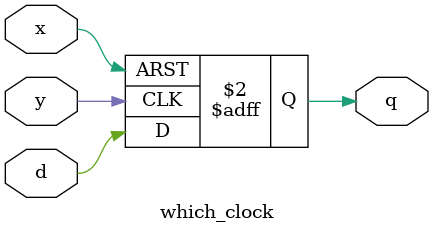
<source format=v>
module which_clock (x,y,q,d);
input x,y,d;
output q;
reg q;

always @ (posedge x or posedge y)
   if (x) 
     q <= 1'b0;
   else
     q <= d;

endmodule

</source>
